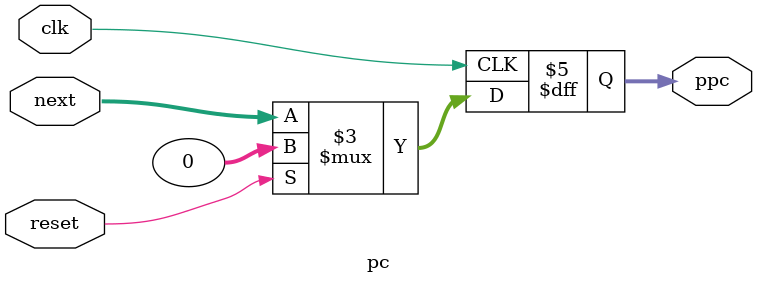
<source format=v>
module pc (
    input wire [31:0]next,
    input wire clk,
    input wire reset,
    output reg [31:0]ppc
);
    always @(posedge clk ) begin
        if(reset)
        ppc<=32'b0;
        else
        ppc<=next;
    end
endmodule

</source>
